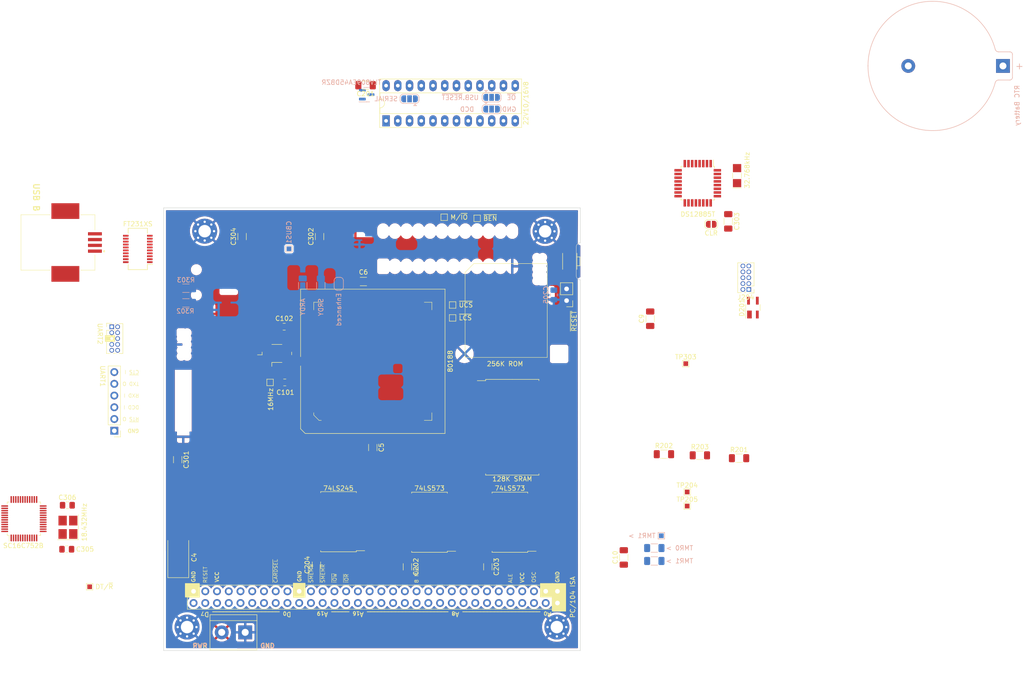
<source format=kicad_pcb>
(kicad_pcb (version 20211014) (generator pcbnew)
  (title_block (title "PC/104 80188 CPU Board") (rev "0.2") (company "Atsuko Ito"))
  (layers (0 "F.Cu" signal) (1 "In1.Cu" power) (2 "In2.Cu" signal) (31 "B.Cu" signal) (34 "B.Paste" user) (35 "F.Paste" user) (36 "B.SilkS" user "B.Silkscreen") (37 "F.SilkS" user "F.Silkscreen") (38 "B.Mask" user) (39 "F.Mask" user) (44 "Edge.Cuts" user))
  (net 0 "")
  (net 1 "/X2")
  (net 2 "GND")
  (net 3 "/X1")
  (net 4 "VCC")
  (net 5 "XA16")
  (net 6 "~{RD}")
  (net 7 "BCLK")
  (net 8 "~{S2}")
  (net 9 "INT3")
  (net 10 "~{DEN}")
  (net 11 "~{UCS}")
  (net 12 "~{PCS6}")
  (net 13 "~{PCS4}")
  (net 14 "DRQ0")
  (net 15 "A12")
  (net 16 "A13")
  (net 17 "A14")
  (net 18 "A15")
  (net 19 "XA17")
  (net 20 "XA19")
  (net 21 "~{WR}")
  (net 23 "INT1")
  (net 24 "DT{slash}~{R}")
  (net 25 "~{LCS}")
  (net 26 "~{PCS5}")
  (net 27 "~{PCS3}")
  (net 28 "~{CS_S}")
  (net 29 "DRQ1")
  (net 30 "A8")
  (net 31 "A9")
  (net 32 "A10")
  (net 33 "A11")
  (net 34 "XA18")
  (net 35 "~{CARDSLCTD}")
  (net 36 "~{SMEMW}")
  (net 37 "~{SMEMR}")
  (net 38 "~{IOW}")
  (net 39 "~{IOR}")
  (net 40 "IR7")
  (net 41 "IR6")
  (net 42 "IR5")
  (net 43 "IR4")
  (net 44 "DB7")
  (net 45 "DB6")
  (net 46 "DB5")
  (net 47 "DB4")
  (net 48 "DB3")
  (net 49 "DB2")
  (net 50 "DB1")
  (net 51 "DB0")
  (net 52 "A19")
  (net 53 "A18")
  (net 54 "A17")
  (net 55 "A16")
  (net 56 "A7")
  (net 57 "A6")
  (net 58 "A5")
  (net 59 "A4")
  (net 60 "A3")
  (net 61 "A2")
  (net 62 "A1")
  (net 63 "A0")
  (net 64 "M{slash}~{IO}")
  (net 65 "~{BEN}")
  (net 66 "Net-(C305-Pad2)")
  (net 69 "~{CS_RTC}")
  (net 70 "16V8.~{OE}")
  (net 71 "16V8.GND")
  (net 72 "RESOUT")
  (net 73 "USB.D-")
  (net 74 "USB.D+")
  (net 75 "USB.VCC")
  (net 76 "VBUS")
  (net 77 "VBUS_SENSE")
  (net 78 "UART1.~{RTS}")
  (net 79 "TMR_OUT_0")
  (net 80 "UART1.IN")
  (net 81 "UART1.OUT")
  (net 82 "UART1.~{CTS}")
  (net 83 "UART2.~{CD}")
  (net 84 "USB.~{RI}")
  (net 85 "VBAT")
  (net 86 "AD7")
  (net 87 "AD6")
  (net 88 "AD5")
  (net 89 "AD4")
  (net 90 "AD3")
  (net 91 "AD2")
  (net 92 "AD1")
  (net 93 "AD0")
  (net 94 "Net-(SW301-Pad2)")
  (net 95 "USB.~{DCD}")
  (net 96 "USB.~{PWREN}")
  (net 97 "INT2")
  (net 98 "Net-(U303-Pad31)")
  (net 99 "Net-(U303-Pad30)")
  (net 105 "UART2.RX")
  (net 106 "UART2.TX")
  (net 107 "UART2.~{DTR}")
  (net 112 "USB.~{RESET}")
  (net 113 "DCD")
  (net 114 "UART2.~{DSR}")
  (net 116 "UART2.~{RTS}")
  (net 118 "UART2.~{CTS}")
  (net 120 "UART2.~{RI}")
  (net 123 "~{CS_S2}")
  (net 124 "~{CS_S1}")
  (net 127 "Net-(J201-Pad22)")
  (net 128 "Net-(TP302-Pad1)")
  (net 130 "RTC.~{IRQ}")
  (net 131 "UART1.~{RI}")
  (net 134 "Net-(C306-Pad1)")
  (net 135 "UART1.~{DTR}")
  (net 136 "UART1.~{DSR}")
  (net 137 "INT0")
  (net 140 "ROM.A9")
  (net 141 "ROM.~{OE}")
  (net 142 "ISP.VCC")
  (net 143 "ROM.~{WE}")
  (net 144 "CS2")
  (net 153 "Net-(J103-Pad20)")
  (net 154 "Net-(J103-Pad21)")
  (net 155 "Net-(J103-Pad23)")
  (net 161 "Net-(J103-Pad47)")
  (net 163 "Net-(J103-Pad49)")
  (net 164 "HLDA")
  (net 167 "Net-(J103-Pad55)")
  (net 170 "~{RESET}")
  (net 172 "ALE")
  (net 173 "Net-(U302-Pad10)")
  (footprint "TestPoint:TestPoint_Pad_1.0x1.0mm" (layer "F.Cu") (at 118.4148 91.1352 90)
    (fp_text reference "TP101" hide)
    (fp_text value "XTAL" hide)
  )
  (footprint "Package_SO:SSOP-20_3.9x8.7mm_P0.635mm" (layer "F.Cu") (at 89.789 62.23 180)
    (fp_text reference "U302" hide)
    (fp_text value "FT231XS")
  )
  (footprint "Package_SO:SOIC-20W_7.5x12.8mm_P1.27mm" (layer "F.Cu") (at 133.223 121.301 180)
    (fp_text reference "U203" hide)
    (fp_text value "74LS245")
  )
  (footprint "Capacitor_SMD:C_0805_2012Metric_Pad1.18x1.45mm_HandSolder" (layer "F.Cu") (at 121.5898 91.1352 180)
    (fp_text reference "C101")
    (fp_text value "22p XTAL")
  )
  (footprint "Crystal:Crystal_SMD_EuroQuartz_EQ161-2Pin_3.2x1.5mm_HandSoldering" (layer "F.Cu") (at 219.456 46.355 90)
    (fp_text reference "Y302" hide)
    (fp_text value "32.768kHz")
  )
  (footprint "Connector_PinHeader_1.27mm:PinHeader_2x05_P1.27mm_Vertical" (layer "F.Cu") (at 221.998 71.0044 180)
    (fp_text reference "J204")
    (fp_text value "ISPEXT")
  )
  (footprint "A-USB_B_SMT:AUSBBSMT" (layer "F.Cu") (at 64.516 60.833 -90)
    (fp_text reference "J303" hide)
    (fp_text value "USB B")
  )
  (footprint "TestPoint:TestPoint_Pad_1.0x1.0mm" (layer "F.Cu") (at 163.2204 55.6006 -90)
    (fp_text reference "TP203" hide)
    (fp_text value "~{BEN}")
  )
  (footprint "Package_SO:SOIC-20W_7.5x12.8mm_P1.27mm" (layer "F.Cu") (at 152.908 121.412 180)
    (fp_text reference "U202" hide)
    (fp_text value "74LS573")
  )
  (footprint "TerminalBlock:TerminalBlock_bornier-2_P5.08mm" (layer "F.Cu") (at 113.03 145.253 180)
    (fp_text reference "S1" hide)
    (fp_text value "PWR")
  )
  (footprint "Capacitor_SMD:C_1206_3216Metric_Pad1.33x1.80mm_HandSolder" (layer "F.Cu") (at 217.551 56.261 -90)
    (fp_text reference "C303")
    (fp_text value "100n/0.1u PWR")
  )
  (footprint "Jumper:SolderJumper-2_P1.3mm_Open_RoundedPad1.0x1.5mm" (layer "F.Cu") (at 213.868 56.896 180)
    (fp_text reference "SW301" hide)
    (fp_text value "CLR")
  )
  (footprint "Connector_PinSocket_2.54mm:PinSocket_2x32_P2.54mm_Vertical" (layer "F.Cu") (at 101.854 136.363 90)
    (fp_text reference "J101" hide)
    (fp_text value "PC/104 ISA")
  )
  (footprint "TestPoint:TestPoint_Pad_1.0x1.0mm" (layer "F.Cu") (at 157.9118 74.3712 180)
    (fp_text reference "TP103" hide)
    (fp_text value "~{UCS}")
  )
  (footprint "TestPoint:TestPoint_Pad_1.0x1.0mm" (layer "F.Cu") (at 156.083 55.372 90)
    (fp_text reference "TP201" hide)
    (fp_text value "M/~{IO}")
  )
  (footprint "Capacitor_SMD:C_1206_3216Metric_Pad1.33x1.80mm_HandSolder" (layer "F.Cu") (at 200.66 77.343 90)
    (fp_text reference "C9")
    (fp_text value "100n/0.1u PWR")
  )
  (footprint "Package_DIP:DIP-24_W7.62mm_Socket_LongPads" (layer "F.Cu") (at 143.51 34.4932 90)
    (fp_text reference "J201" hide)
    (fp_text value "22V10/16V8")
  )
  (footprint "Capacitor_SMD:C_1206_3216Metric_Pad1.33x1.80mm_HandSolder" (layer "F.Cu") (at 138.6078 69.2912 180)
    (fp_text reference "C6")
    (fp_text value "100n/0.1u PWR")
  )
  (footprint "TestPoint:TestPoint_Pad_1.0x1.0mm" (layer "F.Cu") (at 157.9118 77.1652)
    (fp_text reference "TP104" hide)
    (fp_text value "~{LCS}")
  )
  (footprint "Capacitor_SMD:C_0805_2012Metric_Pad1.18x1.45mm_HandSolder" (layer "F.Cu") (at 121.4628 79.0702 180)
    (fp_text reference "C102")
    (fp_text value "20p XTAL")
  )
  (footprint "Capacitor_SMD:C_1206_3216Metric_Pad1.33x1.80mm_HandSolder" (layer "F.Cu") (at 194.945 129.032 90)
    (fp_text reference "C10")
    (fp_text value "100n/0.1u PWR")
  )
  (footprint "MountingHole:MountingHole_2.7mm_M2.5_Pad_Via" (layer "F.Cu") (at 104.267 58.385 -90)
    (fp_text reference "H4" hide)
    (fp_text value "MountingHole_2.7mm_M2.5_Pad_Via" hide)
  )
  (footprint "TestPoint:TestPoint_Pad_1.0x1.0mm" (layer "F.Cu") (at 208.661 117.9088)
    (fp_text reference "TP205")
    (fp_text value "~{RD}")
  )
  (footprint "Capacitor_Tantalum_SMD:CP_EIA-7343-31_Kemet-D" (layer "F.Cu") (at 98.552 128.997 90)
    (fp_text reference "C4")
    (fp_text value "PPWR")
  )
  (footprint "Crystal:Crystal_SMD_3225-4Pin_3.2x2.5mm_HandSoldering" (layer "F.Cu") (at 74.676 122.5042 90)
    (fp_text reference "Y301" hide)
    (fp_text value "18.432MHz")
  )
  (footprint "Capacitor_SMD:C_0805_2012Metric_Pad1.18x1.45mm_HandSolder" (layer "F.Cu") (at 74.422 127.254 180)
    (fp_text reference "C305")
    (fp_text value "22p XTAL")
  )
  (footprint "Capacitor_SMD:C_1206_3216Metric_Pad1.33x1.80mm_HandSolder" (layer "F.Cu") (at 128.446 130.699 -90)
    (fp_text reference "C204")
    (fp_text value "100n/0.1u PWR")
  )
  (footprint "Package_SO:SSOP-32_11.305x20.495mm_P1.27mm" (layer "F.Cu") (at 170.815 100.838)
    (fp_text reference "U101" hide)
    (fp_text value "128K SRAM")
  )
  (footprint "TestPoint:TestPoint_Pad_1.0x1.0mm" (layer "F.Cu") (at 208.661 114.8588)
    (fp_text reference "TP204")
    (fp_text value "~{WR}")
  )
  (footprint "Capacitor_SMD:C_1206_3216Metric_Pad1.33x1.80mm_HandSolder" (layer "F.Cu") (at 165.532 131.064 -90)
    (fp_text reference "C203")
    (fp_text value "100n/0.1u PWR")
  )
  (footprint "Capacitor_SMD:C_0805_2012Metric_Pad1.18x1.45mm_HandSolder" (layer "F.Cu") (at 74.549 117.729)
    (fp_text reference "C306")
    (fp_text value "33p XTAL")
  )
  (footprint "Capacitor_SMD:C_1206_3216Metric_Pad1.33x1.80mm_HandSolder" (layer "F.Cu") (at 148.133 131.064 -90)
    (fp_text reference "C202")
    (fp_text value "100n/0.1u PWR")
  )
  (footprint "Capacitor_SMD:C_1206_3216Metric_Pad1.33x1.80mm_HandSolder" (layer "F.Cu") (at 139.07 26.7816 180)
    (fp_text reference "C201")
    (fp_text value "100n/0.1u PWR")
  )
  (footprint "MountingHole:MountingHole_2.7mm_M2.5_Pad_Via" (layer "F.Cu") (at 180.467 144.11)
    (fp_text reference "H2" hide)
    (fp_text value "MountingHole_2.7mm_M2.5_Pad_Via" hide)
  )
  (footprint "Crystal:Crystal_SMD_0603-4Pin_6.0x3.5mm_HandSoldering" (layer "F.Cu") (at 119.888 84.8614)
    (fp_text reference "Y1" hide)
    (fp_text value "16MHz")
  )
  (footprint "Capacitor_SMD:C_1206_3216Metric_Pad1.33x1.80mm_HandSolder" (layer "F.Cu") (at 140.6398 105.2322 -90)
    (fp_text reference "C5")
    (fp_text value "100n/0.1u PWR")
  )
  (footprint "80C188:PLCC-68_SMD-Socket" (layer "F.Cu") (at 140.6398 86.5632 90)
    (fp_text reference "J103" hide)
    (fp_text value "80188")
  )
  (footprint "Package_SO:SOIC-20W_7.5x12.8mm_P1.27mm" (layer "F.Cu") (at 170.307 121.412 180)
    (fp_text reference "U201" hide)
    (fp_text value "74LS573")
  )
  (footprint "Resistor_SMD:R_1206_3216Metric_Pad1.30x1.75mm_HandSolder" (layer "F.Cu") (at 203.6318 106.68)
    (fp_text reference "R202")
    (fp_text value "PullDown")
  )
  (footprint "Connector_PinHeader_2.54mm:PinHeader_1x06_P2.54mm_Vertical" (layer "F.Cu") (at 84.709 101.6 180)
    (fp_text reference "J301" hide)
    (fp_text value "UART1")
  )
  (footprint "Package_QFP:TQFP-32_7x7mm_P0.8mm" (layer "F.Cu") (at 210.947 48.006 -90)
    (fp_text reference "U303" hide)
    (fp_text value "DS12885T")
  )
  (footprint "MountingHole:MountingHole_2.7mm_M2.5_Pad_Via" (layer "F.Cu") (at 100.457 144.11 -90)
    (fp_text reference "H1" hide)
    (fp_text value "MountingHole_2.7mm_M2.5_Pad_Via" hide)
  )
  (footprint "69802-132LF:69802132LF" (layer "F.Cu") (at 169.4942 75.554)
    (fp_text reference "J104" hide)
    (fp_text value "256K ROM")
  )
  (footprint "Capacitor_SMD:C_1206_3216Metric_Pad1.33x1.80mm_HandSolder" (layer "F.Cu") (at 98.425 107.8615 -90)
    (fp_text reference "C301")
    (fp_text value "100n/0.1u PWR")
  )
  (footprint "Connector_PinHeader_2.54mm:PinHeader_1x02_P2.54mm_Vertical" (layer "F.Cu") (at 182.57 73.4187 180)
    (fp_text reference "J203" hide)
    (fp_text value "~{RESET}")
  )
  (footprint "Button_Switch_SMD:SW_SPST_EVQP7A" (layer "F.Cu") (at 183.261 64.9097 90)
    (fp_text reference "SW201" hide)
    (fp_text value "RESET" hide)
  )
  (footprint "TestPoint:TestPoint_Pad_1.0x1.0mm" (layer "F.Cu") (at 79.375 135.382 -90)
    (fp_text reference "TP202" hide)
    (fp_text value "DT/~{R}")
  )
  (footprint "Capacitor_SMD:C_1206_3216Metric_Pad1.33x1.80mm_HandSolder" (layer "F.Cu") (at 129.1209 59.5503 90)
    (fp_text reference "C302")
    (fp_text value "100n/0.1u PWR")
  )
  (footprint "Resistor_SMD:R_1206_3216Metric_Pad1.30x1.75mm_HandSolder" (layer "F.Cu") (at 211.409 106.9216)
    (fp_text reference "R203")
    (fp_text value "PullUp")
  )
  (footprint "Capacitor_SMD:C_1206_3216Metric_Pad1.33x1.80mm_HandSolder" (layer "F.Cu") (at 112.3569 59.5503 90)
    (fp_text reference "C304")
    (fp_text value "100n/0.1u PWR")
  )
  (footprint "Package_QFP:TQFP-48_7x7mm_P0.5mm" (layer "F.Cu") (at 65.151 120.65 90)
    (fp_text reference "U301" hide)
    (fp_text value "SC16C752B")
  )
  (footprint "Resistor_SMD:R_1206_3216Metric_Pad1.30x1.75mm_HandSolder" (layer "F.Cu") (at 219.8878 107.5436)
    (fp_text reference "R201")
    (fp_text value "PullUp")
  )
  (footprint "Connector_PinHeader_1.27mm:PinHeader_2x05_P1.27mm_Vertical" (layer "F.Cu") (at 84.1602 79.0956)
    (fp_text reference "J302" hide)
    (fp_text value "UART2")
  )
  (footprint "MountingHole:MountingHole_2.7mm_M2.5_Pad_Via" (layer "F.Cu") (at 177.927 58.42 -90)
    (fp_text reference "H3" hide)
    (fp_text value "MountingHole_2.7mm_M2.5_Pad_Via" hide)
  )
  (footprint "Package_TO_SOT_SMD:SOT-143_Handsoldering" (layer "F.Cu") (at 222.885 74.93 90)
    (fp_text reference "D201")
    (fp_text value "BAS28")
  )
  (footprint "TestPoint:TestPoint_Pad_1.0x1.0mm" (layer "F.Cu") (at 208.3562 87.0712)
    (fp_text reference "TP303")
    (fp_text value "CBUS2")
  )
  (footprint "Resistor_SMD:R_1206_3216Metric_Pad1.30x1.75mm_HandSolder" (layer "B.Cu") (at 125.4826 70.1802 -90)
    (fp_text reference "R2" hide)
    (fp_text value "ARDY")
  )
  (footprint "Jumper:SolderJumper-2_P1.3mm_Open_RoundedPad1.0x1.5mm" (layer "B.Cu") (at 133.2738 69.7842 -90)
    (fp_text reference "JP101" hide)
    (fp_text value "Enhanced")
  )
  (footprint "Resistor_SMD:R_1206_3216Metric_Pad1.30x1.75mm_HandSolder" (layer "B.Cu") (at 100.203 70.739)
    (fp_text reference "R302")
    (fp_text value "R4k7")
  )
  (footprint "Resistor_SMD:R_1206_3216Metric_Pad1.30x1.75mm_HandSolder" (layer "B.Cu") (at 129.3876 70.1802 -90)
    (fp_text reference "R3" hide)
    (fp_text value "SRDY")
  )
  (footprint "Jumper:SolderJumper-3_P1.3mm_Open_RoundedPad1.0x1.5mm" (layer "B.Cu") (at 166.34 31.9532)
    (fp_text reference "JP201" hide)
    (fp_text value "GND        DCD")
  )
  (footprint "Capacitor_SMD:C_0805_2012Metric_Pad1.18x1.45mm_HandSolder" (layer "B.Cu") (at 179.8066 72.1868 -90)
    (fp_text reference "C205")
    (fp_text value "20p")
  )
  (footprint "TestPoint:TestPoint_Pad_1.0x1.0mm" (layer "B.Cu") (at 203.073 124.333 180)
    (fp_text reference "TP102" hide)
    (fp_text value "TMR1 >")
  )
  (footprint "Package_TO_SOT_SMD:SOT-23" (layer "B.Cu") (at 139.319 28.829)
    (fp_text reference "U204" hide)
    (fp_text value "TLV809EA45DBZR")
  )
  (footprint "Resistor_SMD:R_1206_3216Metric_Pad1.30x1.75mm_HandSolder" (layer "B.Cu") (at 201.549 129.794)
    (fp_text reference "R1" hide)
    (fp_text value "TMR1 >")
  )
  (footprint "Jumper:SolderJumper-3_P1.3mm_Open_RoundedPad1.0x1.5mm" (layer "B.Cu") (at 166.34 29.4132)
    (fp_text reference "JP202" hide)
    (fp_text value "~{OE}        USB.~{RESET}")
  )
  (footprint "Resistor_SMD:R_1206_3216Metric_Pad1.30x1.75mm_HandSolder" (layer "B.Cu") (at 100.203 73.914 180)
    (fp_text reference "R303")
    (fp_text value "R10k")
  )
  (footprint "Resistor_SMD:R_1206_3216Metric_Pad1.30x1.75mm_HandSolder" (layer "B.Cu") (at 201.549 127)
    (fp_text reference "R4" hide)
    (fp_text value "TMR0 >")
  )
  (footprint "Jumper:SolderJumper-3_P1.3mm_Open_RoundedPad1.0x1.5mm" (layer "B.Cu") (at 148.59 29.718 180)
    (fp_text reference "JP203" hide)
    (fp_text value "SERIAL")
  )
  (footprint "Battery:BatteryHolder_Keystone_106_1x20mm" (layer "B.Cu") (at 276.987 22.606 180)
    (fp_text reference "BT301" hide)
    (fp_text value "RTC Battery")
  )
  (footprint "TestPoint:TestPoint_Pad_1.0x1.0mm" (layer "B.Cu") (at 122.5042 62.2046 180)
    (fp_text reference "TP302" hide)
    (fp_text value "CBUS1")
  )
  (gr_rect (start 100.076 134.6835) (end 103.124 137.6045) (layer "F.SilkS") (width 0.15) (fill solid))
  (gr_rect (start 123.444 134.62) (end 125.984 137.668) (layer "F.SilkS") (width 0.15) (fill solid))
  (gr_rect (start 84.7852 80.9856) (end 82.7532 82.2556) (layer "F.SilkS") (width 0.15) (fill solid))
  (gr_rect (start 176.911 134.6835) (end 179.578 137.6045) (layer "F.SilkS") (width 0.15) (fill solid))
  (gr_rect (start 182.372 134.6835) (end 179.451 140.6525) (layer "F.SilkS") (width 0.15) (fill solid))
  (gr_arc (start 184.658 61.7982) (mid 184.918382 61.169583) (end 185.547 60.9092) (layer "Edge.Cuts") (width 0.1))
  (gr_line (start 185.540618 68.916582) (end 185.547 149.19) (layer "Edge.Cuts") (width 0.1))
  (gr_line (start 95.377 149.19) (end 95.377 53.34) (layer "Edge.Cuts") (width 0.1))
  (gr_line (start 184.658 61.7982) (end 184.651618 68.027582) (layer "Edge.Cuts") (width 0.1))
  (gr_arc (start 185.540618 68.916582) (mid 184.911995 68.656205) (end 184.651618 68.027582) (layer "Edge.Cuts") (width 0.1))
  (gr_line (start 185.547 149.19) (end 95.377 149.19) (layer "Edge.Cuts") (width 0.1))
  (gr_line (start 185.547 53.34) (end 185.547 60.9092) (layer "Edge.Cuts") (width 0.1))
  (gr_line (start 95.377 53.34) (end 185.547 53.34) (layer "Edge.Cuts") (width 0.1))
  (gr_text "GND" (at 119.507 148.174) (layer "B.SilkS") (effects (font (size 1 1) (thickness 0.2)) (justify left mirror)))
  (gr_text "PWR" (at 103.251 148.174) (layer "B.SilkS") (effects (font (size 1 1) (thickness 0.2)) (justify mirror)))
  (gr_text "8 MHz" (at 150.114 134.62 90) (layer "F.SilkS") (effects (font (size 0.79 0.79) (thickness 0.1)) (justify left)))
  (gr_text "GND" (at 90.1192 101.5746 180) (layer "F.SilkS") (effects (font (size 0.79 0.79)) (justify left)))
  (gr_text "GND" (at 116.205 148.174) (layer "F.SilkS") (effects (font (size 1 1) (thickness 0.2)) (justify left)))
  (gr_text "GND" (at 101.854 134.493 90) (layer "F.SilkS") (effects (font (size 0.79 0.79)) (justify left)))
  (gr_text "~{SMEMW}\n\n~{SMEMR}\n\n~{IOW}\n\n~{IOR}\n" (at 131.1402 134.62 90) (layer "F.SilkS") (effects (font (size 0.79 0.79) (thickness 0.1)) (justify left)))
  (gr_text "A_{0} ______________________ A_{8} _______________________ A_{16} _____ A_{19}" (at 179.324 141.351 180) (layer "F.SilkS") (effects (font (size 1 1)) (justify left)))
  (gr_text "ALE" (at 170.4086 134.62 90) (layer "F.SilkS") (effects (font (size 0.79 0.79) (thickness 0.1)) (justify left)))
  (gr_text "RESET" (at 104.394 134.62 90) (layer "F.SilkS") (effects (font (size 0.79 0.79) (thickness 0.1)) (justify left)))
  (gr_text "VCC" (at 106.934 134.493 90) (layer "F.SilkS") (effects (font (size 0.79 0.79)) (justify left)))
  (gr_text "~{CARDSEL}" (at 119.634 134.62 90) (layer "F.SilkS") (effects (font (size 0.79 0.79) (thickness 0.1)) (justify left)))
  (gr_text "~{RTS} O\n\nDCD I\n\nRXD I\n\nTXD O\n\n~{CTS} I" (at 90.1192 93.9546 180) (layer "F.SilkS") (effects (font (size 0.79 0.79) (thickness 0.1)) (justify left)))
  (gr_text "GND" (at 124.7902 134.4168 90) (layer "F.SilkS") (effects (font (size 0.79 0.79)) (justify left)))
  (gr_text "VCC" (at 172.969 134.62 90) (layer "F.SilkS") (effects (font (size 0.79 0.79)) (justify left)))
  (gr_text "GND" (at 180.599 134.565 90) (layer "F.SilkS") (effects (font (size 0.79 0.79)) (justify left)))
  (gr_text "D_{0} ___________________ D_{7}" (at 123.063 141.351 180) (layer "F.SilkS") (effects (font (size 1 1)) (justify left)))
  (gr_text "OSC" (at 175.4886 134.548 90) (layer "F.SilkS") (effects (font (size 0.79 0.79) (thickness 0.1)) (justify left)))
  (segment (start 182.541 61.4807) (end 182.541 70.8497) (width 1) (layer "F.Cu") (net 170))
  (zone (net 0) (net_name "") (layer "F.Cu") (connect_pads (clearance 0)) (min_thickness 0.254)
    (keepout (tracks not_allowed) (vias not_allowed) (pads allowed) (copperpour not_allowed) (footprints allowed))
    (fill (thermal_gap 0.508) (thermal_bridge_width 0.508))
    (polygon (pts (xy 142.0368 106.1212) (xy 139.2174 106.1212) (xy 139.2174 104.013) (xy 142.0368 104.013)))
  )
  (zone (net 0) (net_name "") (layer "F.Cu") (connect_pads (clearance 0)) (min_thickness 0.254)
    (keepout (tracks not_allowed) (vias not_allowed) (pads allowed) (copperpour not_allowed) (footprints allowed))
    (fill (thermal_gap 0.508) (thermal_bridge_width 0.508))
    (polygon (pts (xy 139.8016 67.945) (xy 139.8016 70.7644) (xy 137.6934 70.7644) (xy 137.6934 67.945)))
  )
  (zone (net 0) (net_name "") (layer "F.Cu") (connect_pads (clearance 0)) (min_thickness 0.254)
    (keepout (tracks not_allowed) (vias not_allowed) (pads allowed) (copperpour not_allowed) (footprints allowed))
    (fill (thermal_gap 0.508) (thermal_bridge_width 0.508))
    (polygon (pts (xy 164.262 129.8702) (xy 166.7512 129.8702) (xy 166.7512 131.9784) (xy 164.262 131.9784)))
  )
  (zone (net 0) (net_name "") (layer "F.Cu") (connect_pads (clearance 0)) (min_thickness 0.254)
    (keepout (tracks not_allowed) (vias not_allowed) (pads allowed) (copperpour not_allowed) (footprints allowed))
    (fill (thermal_gap 0.508) (thermal_bridge_width 0.508))
    (polygon (pts (xy 100.8888 130.2512) (xy 95.8088 130.2512) (xy 95.8088 127.762) (xy 100.8888 127.762)))
  )
  (zone (net 0) (net_name "") (layer "F.Cu") (connect_pads (clearance 0)) (min_thickness 0.254)
    (keepout (tracks not_allowed) (vias not_allowed) (pads allowed) (copperpour not_allowed) (footprints allowed))
    (fill (thermal_gap 0.508) (thermal_bridge_width 0.508))
    (polygon (pts (xy 130.3528 60.7822) (xy 127.8636 60.7822) (xy 127.8636 58.674) (xy 130.3528 58.674)))
  )
  (zone (net 0) (net_name "") (layer "F.Cu") (name "XTAL_RTC") (connect_pads (clearance 0)) (min_thickness 0.254)
    (keepout (tracks not_allowed) (vias not_allowed) (pads not_allowed) (copperpour not_allowed) (footprints allowed))
    (fill (thermal_gap 0.508) (thermal_bridge_width 0.508))
    (polygon (pts (xy 215.773 45.447) (xy 213.1378 45.447) (xy 212.8838 45.447) (xy 212.217 45.447) (xy 212.217 47.244) (xy 216.281 47.244) (xy 216.281 49.911) (xy 221.869 49.911) (xy 221.869 42.672) (xy 215.773 42.672)))
  )
  (zone (net 0) (net_name "") (layers "F.Cu" "In1.Cu" "In2.Cu" "B.Cu") (connect_pads (clearance 0)) (min_thickness 0.254)
    (keepout (tracks allowed) (vias not_allowed) (pads allowed) (copperpour not_allowed) (footprints allowed))
    (fill (thermal_gap 0.508) (thermal_bridge_width 0.508))
    (polygon (pts (xy 86.5632 100.4824) (xy 82.8802 100.4824) (xy 82.8802 87.0966) (xy 86.5632 87.0966)))
  )
  (zone (net 0) (net_name "") (layer "F.Cu") (connect_pads (clearance 0)) (min_thickness 0.254)
    (keepout (tracks not_allowed) (vias not_allowed) (pads allowed) (copperpour not_allowed) (footprints allowed))
    (fill (thermal_gap 0.508) (thermal_bridge_width 0.508))
    (polygon (pts (xy 146.8884 129.8448) (xy 149.3776 129.8448) (xy 149.3776 131.953) (xy 146.8884 131.953)))
  )
  (zone (net 0) (net_name "") (layer "F.Cu") (connect_pads (clearance 0)) (min_thickness 0.254)
    (keepout (tracks allowed) (vias allowed) (pads allowed) (copperpour not_allowed) (footprints allowed))
    (fill (thermal_gap 0.508) (thermal_bridge_width 0.508))
    (polygon (pts (xy 218.821 57.15) (xy 216.281 57.15) (xy 216.281 55.372) (xy 218.821 55.372)))
  )
  (zone (net 4) (net_name "VCC") (layers "F.Cu" "In1.Cu") (name "VCC") (priority 1) (connect_pads (clearance 0.762)) (min_thickness 0.254) (fill yes (thermal_gap 0.508) (thermal_bridge_width 0.508))
    (polygon (pts (xy 100.8888 140.208) (xy 105.537 140.208) (xy 108.331 140.208) (xy 110.49 140.208) (xy 110.49 149.225) (xy 95.377 149.098) (xy 95.377 129.667) (xy 100.8888 129.667)))
  )
  (zone (net 0) (net_name "") (layer "F.Cu") (name "XTAL_UART") (connect_pads (clearance 0)) (min_thickness 0.254)
    (keepout (tracks not_allowed) (vias not_allowed) (pads not_allowed) (copperpour not_allowed) (footprints allowed))
    (fill (thermal_gap 0.508) (thermal_bridge_width 0.508))
    (polygon (pts (xy 77.597 128.524) (xy 72.263 128.524) (xy 71.247 125.603) (xy 71.247 123.952) (xy 67.945 123.952) (xy 67.945 122.936) (xy 71.247 122.936) (xy 72.136 121.92) (xy 72.136 116.459) (xy 77.597 116.459)))
  )
  (zone (net 0) (net_name "") (layer "F.Cu") (connect_pads (clearance 0)) (min_thickness 0.254)
    (keepout (tracks not_allowed) (vias not_allowed) (pads allowed) (copperpour not_allowed) (footprints allowed))
    (fill (thermal_gap 0.508) (thermal_bridge_width 0.508))
    (polygon (pts (xy 99.5172 108.6612) (xy 97.028 108.6612) (xy 97.028 106.553) (xy 99.5172 106.553)))
  )
  (zone (net 2) (net_name "GND") (layers "F.Cu" "In1.Cu" "In2.Cu" "B.Cu") (name "GND") (connect_pads (clearance 0.508)) (min_thickness 0.254) (fill yes (thermal_gap 0.508) (thermal_bridge_width 0.508))
    (polygon (pts (xy 185.547 149.225) (xy 95.377 149.225) (xy 95.377 53.34) (xy 185.547 53.34)))
  )
  (zone (net 0) (net_name "") (layer "F.Cu") (connect_pads (clearance 0)) (min_thickness 0.254)
    (keepout (tracks not_allowed) (vias not_allowed) (pads allowed) (copperpour not_allowed) (footprints allowed))
    (fill (thermal_gap 0.508) (thermal_bridge_width 0.508))
    (polygon (pts (xy 201.803 78.5622) (xy 199.2376 78.5622) (xy 199.2376 76.454) (xy 201.803 76.454)))
  )
  (zone (net 0) (net_name "") (layer "F.Cu") (name "XTAL") (connect_pads yes (clearance 0)) (min_thickness 0.254)
    (keepout (tracks not_allowed) (vias not_allowed) (pads not_allowed) (copperpour not_allowed) (footprints allowed))
    (fill (thermal_gap 0.508) (thermal_bridge_width 0.508))
    (polygon (pts (xy 127.3048 83.3882) (xy 130.6068 83.3882) (xy 130.6068 85.9282) (xy 127.3048 85.9282) (xy 127.3048 92.4052) (xy 114.0968 92.4052) (xy 114.0968 77.8002) (xy 127.3048 77.8002)))
  )
  (zone (net 0) (net_name "") (layer "F.Cu") (connect_pads (clearance 0)) (min_thickness 0.254)
    (keepout (tracks not_allowed) (vias not_allowed) (pads allowed) (copperpour not_allowed) (footprints allowed))
    (fill (thermal_gap 0.508) (thermal_bridge_width 0.508))
    (polygon (pts (xy 113.6142 60.7568) (xy 111.125 60.7568) (xy 111.125 58.6486) (xy 113.6142 58.6486)))
  )
  (zone (net 0) (net_name "") (layer "F.Cu") (connect_pads (clearance 0)) (min_thickness 0.254)
    (keepout (tracks not_allowed) (vias not_allowed) (pads allowed) (copperpour not_allowed) (footprints allowed))
    (fill (thermal_gap 0.508) (thermal_bridge_width 0.508))
    (polygon (pts (xy 140.2842 25.3746) (xy 140.2842 28.194) (xy 138.176 28.194) (xy 138.176 25.3746)))
  )
  (zone (net 0) (net_name "") (layer "B.Cu") (connect_pads (clearance 0)) (min_thickness 0.254)
    (keepout (tracks not_allowed) (vias not_allowed) (pads allowed) (copperpour not_allowed) (footprints allowed))
    (fill (thermal_gap 0.508) (thermal_bridge_width 0.508))
    (polygon (pts (xy 101.219 75.311) (xy 99.314 75.311) (xy 99.314 69.342) (xy 101.219 69.342)))
  )
  (zone (net 0) (net_name "") (layer "B.Cu") (connect_pads (clearance 0)) (min_thickness 0.254)
    (keepout (tracks not_allowed) (vias not_allowed) (pads allowed) (copperpour not_allowed) (footprints allowed))
    (fill (thermal_gap 0.508) (thermal_bridge_width 0.508))
    (polygon (pts (xy 124.1044 71.1708) (xy 130.7592 71.1708) (xy 130.7592 69.0626) (xy 124.1044 69.0626)))
  )
)
</source>
